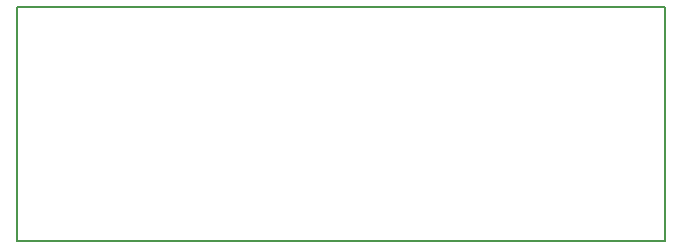
<source format=gbo>
G04 MADE WITH FRITZING*
G04 WWW.FRITZING.ORG*
G04 DOUBLE SIDED*
G04 HOLES PLATED*
G04 CONTOUR ON CENTER OF CONTOUR VECTOR*
%ASAXBY*%
%FSLAX23Y23*%
%MOIN*%
%OFA0B0*%
%SFA1.0B1.0*%
%ADD10R,2.165350X0.787402X2.149350X0.771402*%
%ADD11C,0.008000*%
%LNSILK0*%
G90*
G70*
G54D11*
X4Y783D02*
X2161Y783D01*
X2161Y4D01*
X4Y4D01*
X4Y783D01*
D02*
G04 End of Silk0*
M02*
</source>
